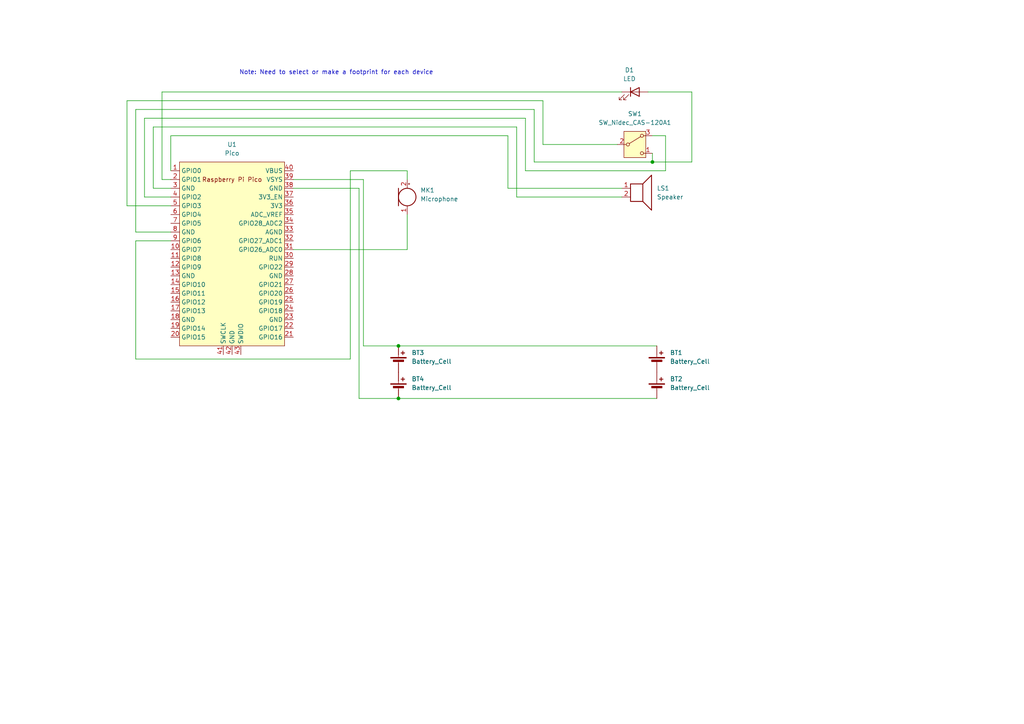
<source format=kicad_sch>
(kicad_sch
	(version 20231120)
	(generator "eeschema")
	(generator_version "8.0")
	(uuid "9d6c236c-bfc3-47a9-bcf0-1e4fd39381d5")
	(paper "A4")
	(lib_symbols
		(symbol "Device:Battery_Cell"
			(pin_numbers hide)
			(pin_names
				(offset 0) hide)
			(exclude_from_sim no)
			(in_bom yes)
			(on_board yes)
			(property "Reference" "BT"
				(at 2.54 2.54 0)
				(effects
					(font
						(size 1.27 1.27)
					)
					(justify left)
				)
			)
			(property "Value" "Battery_Cell"
				(at 2.54 0 0)
				(effects
					(font
						(size 1.27 1.27)
					)
					(justify left)
				)
			)
			(property "Footprint" ""
				(at 0 1.524 90)
				(effects
					(font
						(size 1.27 1.27)
					)
					(hide yes)
				)
			)
			(property "Datasheet" "~"
				(at 0 1.524 90)
				(effects
					(font
						(size 1.27 1.27)
					)
					(hide yes)
				)
			)
			(property "Description" "Single-cell battery"
				(at 0 0 0)
				(effects
					(font
						(size 1.27 1.27)
					)
					(hide yes)
				)
			)
			(property "ki_keywords" "battery cell"
				(at 0 0 0)
				(effects
					(font
						(size 1.27 1.27)
					)
					(hide yes)
				)
			)
			(symbol "Battery_Cell_0_1"
				(rectangle
					(start -2.286 1.778)
					(end 2.286 1.524)
					(stroke
						(width 0)
						(type default)
					)
					(fill
						(type outline)
					)
				)
				(rectangle
					(start -1.524 1.016)
					(end 1.524 0.508)
					(stroke
						(width 0)
						(type default)
					)
					(fill
						(type outline)
					)
				)
				(polyline
					(pts
						(xy 0 0.762) (xy 0 0)
					)
					(stroke
						(width 0)
						(type default)
					)
					(fill
						(type none)
					)
				)
				(polyline
					(pts
						(xy 0 1.778) (xy 0 2.54)
					)
					(stroke
						(width 0)
						(type default)
					)
					(fill
						(type none)
					)
				)
				(polyline
					(pts
						(xy 0.762 3.048) (xy 1.778 3.048)
					)
					(stroke
						(width 0.254)
						(type default)
					)
					(fill
						(type none)
					)
				)
				(polyline
					(pts
						(xy 1.27 3.556) (xy 1.27 2.54)
					)
					(stroke
						(width 0.254)
						(type default)
					)
					(fill
						(type none)
					)
				)
			)
			(symbol "Battery_Cell_1_1"
				(pin passive line
					(at 0 5.08 270)
					(length 2.54)
					(name "+"
						(effects
							(font
								(size 1.27 1.27)
							)
						)
					)
					(number "1"
						(effects
							(font
								(size 1.27 1.27)
							)
						)
					)
				)
				(pin passive line
					(at 0 -2.54 90)
					(length 2.54)
					(name "-"
						(effects
							(font
								(size 1.27 1.27)
							)
						)
					)
					(number "2"
						(effects
							(font
								(size 1.27 1.27)
							)
						)
					)
				)
			)
		)
		(symbol "Device:LED"
			(pin_numbers hide)
			(pin_names
				(offset 1.016) hide)
			(exclude_from_sim no)
			(in_bom yes)
			(on_board yes)
			(property "Reference" "D"
				(at 0 2.54 0)
				(effects
					(font
						(size 1.27 1.27)
					)
				)
			)
			(property "Value" "LED"
				(at 0 -2.54 0)
				(effects
					(font
						(size 1.27 1.27)
					)
				)
			)
			(property "Footprint" ""
				(at 0 0 0)
				(effects
					(font
						(size 1.27 1.27)
					)
					(hide yes)
				)
			)
			(property "Datasheet" "~"
				(at 0 0 0)
				(effects
					(font
						(size 1.27 1.27)
					)
					(hide yes)
				)
			)
			(property "Description" "Light emitting diode"
				(at 0 0 0)
				(effects
					(font
						(size 1.27 1.27)
					)
					(hide yes)
				)
			)
			(property "ki_keywords" "LED diode"
				(at 0 0 0)
				(effects
					(font
						(size 1.27 1.27)
					)
					(hide yes)
				)
			)
			(property "ki_fp_filters" "LED* LED_SMD:* LED_THT:*"
				(at 0 0 0)
				(effects
					(font
						(size 1.27 1.27)
					)
					(hide yes)
				)
			)
			(symbol "LED_0_1"
				(polyline
					(pts
						(xy -1.27 -1.27) (xy -1.27 1.27)
					)
					(stroke
						(width 0.254)
						(type default)
					)
					(fill
						(type none)
					)
				)
				(polyline
					(pts
						(xy -1.27 0) (xy 1.27 0)
					)
					(stroke
						(width 0)
						(type default)
					)
					(fill
						(type none)
					)
				)
				(polyline
					(pts
						(xy 1.27 -1.27) (xy 1.27 1.27) (xy -1.27 0) (xy 1.27 -1.27)
					)
					(stroke
						(width 0.254)
						(type default)
					)
					(fill
						(type none)
					)
				)
				(polyline
					(pts
						(xy -3.048 -0.762) (xy -4.572 -2.286) (xy -3.81 -2.286) (xy -4.572 -2.286) (xy -4.572 -1.524)
					)
					(stroke
						(width 0)
						(type default)
					)
					(fill
						(type none)
					)
				)
				(polyline
					(pts
						(xy -1.778 -0.762) (xy -3.302 -2.286) (xy -2.54 -2.286) (xy -3.302 -2.286) (xy -3.302 -1.524)
					)
					(stroke
						(width 0)
						(type default)
					)
					(fill
						(type none)
					)
				)
			)
			(symbol "LED_1_1"
				(pin passive line
					(at -3.81 0 0)
					(length 2.54)
					(name "K"
						(effects
							(font
								(size 1.27 1.27)
							)
						)
					)
					(number "1"
						(effects
							(font
								(size 1.27 1.27)
							)
						)
					)
				)
				(pin passive line
					(at 3.81 0 180)
					(length 2.54)
					(name "A"
						(effects
							(font
								(size 1.27 1.27)
							)
						)
					)
					(number "2"
						(effects
							(font
								(size 1.27 1.27)
							)
						)
					)
				)
			)
		)
		(symbol "Device:Microphone"
			(pin_names
				(offset 0.0254) hide)
			(exclude_from_sim no)
			(in_bom yes)
			(on_board yes)
			(property "Reference" "MK"
				(at -3.81 1.27 0)
				(effects
					(font
						(size 1.27 1.27)
					)
					(justify right)
				)
			)
			(property "Value" "Microphone"
				(at -3.81 -0.635 0)
				(effects
					(font
						(size 1.27 1.27)
					)
					(justify right)
				)
			)
			(property "Footprint" ""
				(at 0 2.54 90)
				(effects
					(font
						(size 1.27 1.27)
					)
					(hide yes)
				)
			)
			(property "Datasheet" "~"
				(at 0 2.54 90)
				(effects
					(font
						(size 1.27 1.27)
					)
					(hide yes)
				)
			)
			(property "Description" "Microphone"
				(at 0 0 0)
				(effects
					(font
						(size 1.27 1.27)
					)
					(hide yes)
				)
			)
			(property "ki_keywords" "microphone"
				(at 0 0 0)
				(effects
					(font
						(size 1.27 1.27)
					)
					(hide yes)
				)
			)
			(symbol "Microphone_0_1"
				(polyline
					(pts
						(xy -2.54 2.54) (xy -2.54 -2.54)
					)
					(stroke
						(width 0.254)
						(type default)
					)
					(fill
						(type none)
					)
				)
				(polyline
					(pts
						(xy 0.254 3.81) (xy 0.762 3.81)
					)
					(stroke
						(width 0)
						(type default)
					)
					(fill
						(type none)
					)
				)
				(polyline
					(pts
						(xy 0.508 4.064) (xy 0.508 3.556)
					)
					(stroke
						(width 0)
						(type default)
					)
					(fill
						(type none)
					)
				)
				(circle
					(center 0 0)
					(radius 2.54)
					(stroke
						(width 0.254)
						(type default)
					)
					(fill
						(type none)
					)
				)
			)
			(symbol "Microphone_1_1"
				(pin passive line
					(at 0 -5.08 90)
					(length 2.54)
					(name "-"
						(effects
							(font
								(size 1.27 1.27)
							)
						)
					)
					(number "1"
						(effects
							(font
								(size 1.27 1.27)
							)
						)
					)
				)
				(pin passive line
					(at 0 5.08 270)
					(length 2.54)
					(name "+"
						(effects
							(font
								(size 1.27 1.27)
							)
						)
					)
					(number "2"
						(effects
							(font
								(size 1.27 1.27)
							)
						)
					)
				)
			)
		)
		(symbol "Device:Speaker"
			(pin_names
				(offset 0) hide)
			(exclude_from_sim no)
			(in_bom yes)
			(on_board yes)
			(property "Reference" "LS"
				(at 1.27 5.715 0)
				(effects
					(font
						(size 1.27 1.27)
					)
					(justify right)
				)
			)
			(property "Value" "Speaker"
				(at 1.27 3.81 0)
				(effects
					(font
						(size 1.27 1.27)
					)
					(justify right)
				)
			)
			(property "Footprint" ""
				(at 0 -5.08 0)
				(effects
					(font
						(size 1.27 1.27)
					)
					(hide yes)
				)
			)
			(property "Datasheet" "~"
				(at -0.254 -1.27 0)
				(effects
					(font
						(size 1.27 1.27)
					)
					(hide yes)
				)
			)
			(property "Description" "Speaker"
				(at 0 0 0)
				(effects
					(font
						(size 1.27 1.27)
					)
					(hide yes)
				)
			)
			(property "ki_keywords" "speaker sound"
				(at 0 0 0)
				(effects
					(font
						(size 1.27 1.27)
					)
					(hide yes)
				)
			)
			(symbol "Speaker_0_0"
				(rectangle
					(start -2.54 1.27)
					(end 1.016 -3.81)
					(stroke
						(width 0.254)
						(type default)
					)
					(fill
						(type none)
					)
				)
				(polyline
					(pts
						(xy 1.016 1.27) (xy 3.556 3.81) (xy 3.556 -6.35) (xy 1.016 -3.81)
					)
					(stroke
						(width 0.254)
						(type default)
					)
					(fill
						(type none)
					)
				)
			)
			(symbol "Speaker_1_1"
				(pin input line
					(at -5.08 0 0)
					(length 2.54)
					(name "1"
						(effects
							(font
								(size 1.27 1.27)
							)
						)
					)
					(number "1"
						(effects
							(font
								(size 1.27 1.27)
							)
						)
					)
				)
				(pin input line
					(at -5.08 -2.54 0)
					(length 2.54)
					(name "2"
						(effects
							(font
								(size 1.27 1.27)
							)
						)
					)
					(number "2"
						(effects
							(font
								(size 1.27 1.27)
							)
						)
					)
				)
			)
		)
		(symbol "MCU_RaspberryPi_and_Boards:Pico"
			(exclude_from_sim no)
			(in_bom yes)
			(on_board yes)
			(property "Reference" "U"
				(at -13.97 27.94 0)
				(effects
					(font
						(size 1.27 1.27)
					)
				)
			)
			(property "Value" "Pico"
				(at 0 19.05 0)
				(effects
					(font
						(size 1.27 1.27)
					)
				)
			)
			(property "Footprint" "RPi_Pico:RPi_Pico_SMD_TH"
				(at 0 0 90)
				(effects
					(font
						(size 1.27 1.27)
					)
					(hide yes)
				)
			)
			(property "Datasheet" ""
				(at 0 0 0)
				(effects
					(font
						(size 1.27 1.27)
					)
					(hide yes)
				)
			)
			(property "Description" ""
				(at 0 0 0)
				(effects
					(font
						(size 1.27 1.27)
					)
					(hide yes)
				)
			)
			(symbol "Pico_0_0"
				(text "Raspberry Pi Pico"
					(at 0 21.59 0)
					(effects
						(font
							(size 1.27 1.27)
						)
					)
				)
			)
			(symbol "Pico_0_1"
				(rectangle
					(start -15.24 26.67)
					(end 15.24 -26.67)
					(stroke
						(width 0)
						(type default)
					)
					(fill
						(type background)
					)
				)
			)
			(symbol "Pico_1_1"
				(pin bidirectional line
					(at -17.78 24.13 0)
					(length 2.54)
					(name "GPIO0"
						(effects
							(font
								(size 1.27 1.27)
							)
						)
					)
					(number "1"
						(effects
							(font
								(size 1.27 1.27)
							)
						)
					)
				)
				(pin bidirectional line
					(at -17.78 1.27 0)
					(length 2.54)
					(name "GPIO7"
						(effects
							(font
								(size 1.27 1.27)
							)
						)
					)
					(number "10"
						(effects
							(font
								(size 1.27 1.27)
							)
						)
					)
				)
				(pin bidirectional line
					(at -17.78 -1.27 0)
					(length 2.54)
					(name "GPIO8"
						(effects
							(font
								(size 1.27 1.27)
							)
						)
					)
					(number "11"
						(effects
							(font
								(size 1.27 1.27)
							)
						)
					)
				)
				(pin bidirectional line
					(at -17.78 -3.81 0)
					(length 2.54)
					(name "GPIO9"
						(effects
							(font
								(size 1.27 1.27)
							)
						)
					)
					(number "12"
						(effects
							(font
								(size 1.27 1.27)
							)
						)
					)
				)
				(pin power_in line
					(at -17.78 -6.35 0)
					(length 2.54)
					(name "GND"
						(effects
							(font
								(size 1.27 1.27)
							)
						)
					)
					(number "13"
						(effects
							(font
								(size 1.27 1.27)
							)
						)
					)
				)
				(pin bidirectional line
					(at -17.78 -8.89 0)
					(length 2.54)
					(name "GPIO10"
						(effects
							(font
								(size 1.27 1.27)
							)
						)
					)
					(number "14"
						(effects
							(font
								(size 1.27 1.27)
							)
						)
					)
				)
				(pin bidirectional line
					(at -17.78 -11.43 0)
					(length 2.54)
					(name "GPIO11"
						(effects
							(font
								(size 1.27 1.27)
							)
						)
					)
					(number "15"
						(effects
							(font
								(size 1.27 1.27)
							)
						)
					)
				)
				(pin bidirectional line
					(at -17.78 -13.97 0)
					(length 2.54)
					(name "GPIO12"
						(effects
							(font
								(size 1.27 1.27)
							)
						)
					)
					(number "16"
						(effects
							(font
								(size 1.27 1.27)
							)
						)
					)
				)
				(pin bidirectional line
					(at -17.78 -16.51 0)
					(length 2.54)
					(name "GPIO13"
						(effects
							(font
								(size 1.27 1.27)
							)
						)
					)
					(number "17"
						(effects
							(font
								(size 1.27 1.27)
							)
						)
					)
				)
				(pin power_in line
					(at -17.78 -19.05 0)
					(length 2.54)
					(name "GND"
						(effects
							(font
								(size 1.27 1.27)
							)
						)
					)
					(number "18"
						(effects
							(font
								(size 1.27 1.27)
							)
						)
					)
				)
				(pin bidirectional line
					(at -17.78 -21.59 0)
					(length 2.54)
					(name "GPIO14"
						(effects
							(font
								(size 1.27 1.27)
							)
						)
					)
					(number "19"
						(effects
							(font
								(size 1.27 1.27)
							)
						)
					)
				)
				(pin bidirectional line
					(at -17.78 21.59 0)
					(length 2.54)
					(name "GPIO1"
						(effects
							(font
								(size 1.27 1.27)
							)
						)
					)
					(number "2"
						(effects
							(font
								(size 1.27 1.27)
							)
						)
					)
				)
				(pin bidirectional line
					(at -17.78 -24.13 0)
					(length 2.54)
					(name "GPIO15"
						(effects
							(font
								(size 1.27 1.27)
							)
						)
					)
					(number "20"
						(effects
							(font
								(size 1.27 1.27)
							)
						)
					)
				)
				(pin bidirectional line
					(at 17.78 -24.13 180)
					(length 2.54)
					(name "GPIO16"
						(effects
							(font
								(size 1.27 1.27)
							)
						)
					)
					(number "21"
						(effects
							(font
								(size 1.27 1.27)
							)
						)
					)
				)
				(pin bidirectional line
					(at 17.78 -21.59 180)
					(length 2.54)
					(name "GPIO17"
						(effects
							(font
								(size 1.27 1.27)
							)
						)
					)
					(number "22"
						(effects
							(font
								(size 1.27 1.27)
							)
						)
					)
				)
				(pin power_in line
					(at 17.78 -19.05 180)
					(length 2.54)
					(name "GND"
						(effects
							(font
								(size 1.27 1.27)
							)
						)
					)
					(number "23"
						(effects
							(font
								(size 1.27 1.27)
							)
						)
					)
				)
				(pin bidirectional line
					(at 17.78 -16.51 180)
					(length 2.54)
					(name "GPIO18"
						(effects
							(font
								(size 1.27 1.27)
							)
						)
					)
					(number "24"
						(effects
							(font
								(size 1.27 1.27)
							)
						)
					)
				)
				(pin bidirectional line
					(at 17.78 -13.97 180)
					(length 2.54)
					(name "GPIO19"
						(effects
							(font
								(size 1.27 1.27)
							)
						)
					)
					(number "25"
						(effects
							(font
								(size 1.27 1.27)
							)
						)
					)
				)
				(pin bidirectional line
					(at 17.78 -11.43 180)
					(length 2.54)
					(name "GPIO20"
						(effects
							(font
								(size 1.27 1.27)
							)
						)
					)
					(number "26"
						(effects
							(font
								(size 1.27 1.27)
							)
						)
					)
				)
				(pin bidirectional line
					(at 17.78 -8.89 180)
					(length 2.54)
					(name "GPIO21"
						(effects
							(font
								(size 1.27 1.27)
							)
						)
					)
					(number "27"
						(effects
							(font
								(size 1.27 1.27)
							)
						)
					)
				)
				(pin power_in line
					(at 17.78 -6.35 180)
					(length 2.54)
					(name "GND"
						(effects
							(font
								(size 1.27 1.27)
							)
						)
					)
					(number "28"
						(effects
							(font
								(size 1.27 1.27)
							)
						)
					)
				)
				(pin bidirectional line
					(at 17.78 -3.81 180)
					(length 2.54)
					(name "GPIO22"
						(effects
							(font
								(size 1.27 1.27)
							)
						)
					)
					(number "29"
						(effects
							(font
								(size 1.27 1.27)
							)
						)
					)
				)
				(pin power_in line
					(at -17.78 19.05 0)
					(length 2.54)
					(name "GND"
						(effects
							(font
								(size 1.27 1.27)
							)
						)
					)
					(number "3"
						(effects
							(font
								(size 1.27 1.27)
							)
						)
					)
				)
				(pin input line
					(at 17.78 -1.27 180)
					(length 2.54)
					(name "RUN"
						(effects
							(font
								(size 1.27 1.27)
							)
						)
					)
					(number "30"
						(effects
							(font
								(size 1.27 1.27)
							)
						)
					)
				)
				(pin bidirectional line
					(at 17.78 1.27 180)
					(length 2.54)
					(name "GPIO26_ADC0"
						(effects
							(font
								(size 1.27 1.27)
							)
						)
					)
					(number "31"
						(effects
							(font
								(size 1.27 1.27)
							)
						)
					)
				)
				(pin bidirectional line
					(at 17.78 3.81 180)
					(length 2.54)
					(name "GPIO27_ADC1"
						(effects
							(font
								(size 1.27 1.27)
							)
						)
					)
					(number "32"
						(effects
							(font
								(size 1.27 1.27)
							)
						)
					)
				)
				(pin power_in line
					(at 17.78 6.35 180)
					(length 2.54)
					(name "AGND"
						(effects
							(font
								(size 1.27 1.27)
							)
						)
					)
					(number "33"
						(effects
							(font
								(size 1.27 1.27)
							)
						)
					)
				)
				(pin bidirectional line
					(at 17.78 8.89 180)
					(length 2.54)
					(name "GPIO28_ADC2"
						(effects
							(font
								(size 1.27 1.27)
							)
						)
					)
					(number "34"
						(effects
							(font
								(size 1.27 1.27)
							)
						)
					)
				)
				(pin power_in line
					(at 17.78 11.43 180)
					(length 2.54)
					(name "ADC_VREF"
						(effects
							(font
								(size 1.27 1.27)
							)
						)
					)
					(number "35"
						(effects
							(font
								(size 1.27 1.27)
							)
						)
					)
				)
				(pin power_in line
					(at 17.78 13.97 180)
					(length 2.54)
					(name "3V3"
						(effects
							(font
								(size 1.27 1.27)
							)
						)
					)
					(number "36"
						(effects
							(font
								(size 1.27 1.27)
							)
						)
					)
				)
				(pin input line
					(at 17.78 16.51 180)
					(length 2.54)
					(name "3V3_EN"
						(effects
							(font
								(size 1.27 1.27)
							)
						)
					)
					(number "37"
						(effects
							(font
								(size 1.27 1.27)
							)
						)
					)
				)
				(pin bidirectional line
					(at 17.78 19.05 180)
					(length 2.54)
					(name "GND"
						(effects
							(font
								(size 1.27 1.27)
							)
						)
					)
					(number "38"
						(effects
							(font
								(size 1.27 1.27)
							)
						)
					)
				)
				(pin power_in line
					(at 17.78 21.59 180)
					(length 2.54)
					(name "VSYS"
						(effects
							(font
								(size 1.27 1.27)
							)
						)
					)
					(number "39"
						(effects
							(font
								(size 1.27 1.27)
							)
						)
					)
				)
				(pin bidirectional line
					(at -17.78 16.51 0)
					(length 2.54)
					(name "GPIO2"
						(effects
							(font
								(size 1.27 1.27)
							)
						)
					)
					(number "4"
						(effects
							(font
								(size 1.27 1.27)
							)
						)
					)
				)
				(pin power_in line
					(at 17.78 24.13 180)
					(length 2.54)
					(name "VBUS"
						(effects
							(font
								(size 1.27 1.27)
							)
						)
					)
					(number "40"
						(effects
							(font
								(size 1.27 1.27)
							)
						)
					)
				)
				(pin input line
					(at -2.54 -29.21 90)
					(length 2.54)
					(name "SWCLK"
						(effects
							(font
								(size 1.27 1.27)
							)
						)
					)
					(number "41"
						(effects
							(font
								(size 1.27 1.27)
							)
						)
					)
				)
				(pin power_in line
					(at 0 -29.21 90)
					(length 2.54)
					(name "GND"
						(effects
							(font
								(size 1.27 1.27)
							)
						)
					)
					(number "42"
						(effects
							(font
								(size 1.27 1.27)
							)
						)
					)
				)
				(pin bidirectional line
					(at 2.54 -29.21 90)
					(length 2.54)
					(name "SWDIO"
						(effects
							(font
								(size 1.27 1.27)
							)
						)
					)
					(number "43"
						(effects
							(font
								(size 1.27 1.27)
							)
						)
					)
				)
				(pin bidirectional line
					(at -17.78 13.97 0)
					(length 2.54)
					(name "GPIO3"
						(effects
							(font
								(size 1.27 1.27)
							)
						)
					)
					(number "5"
						(effects
							(font
								(size 1.27 1.27)
							)
						)
					)
				)
				(pin bidirectional line
					(at -17.78 11.43 0)
					(length 2.54)
					(name "GPIO4"
						(effects
							(font
								(size 1.27 1.27)
							)
						)
					)
					(number "6"
						(effects
							(font
								(size 1.27 1.27)
							)
						)
					)
				)
				(pin bidirectional line
					(at -17.78 8.89 0)
					(length 2.54)
					(name "GPIO5"
						(effects
							(font
								(size 1.27 1.27)
							)
						)
					)
					(number "7"
						(effects
							(font
								(size 1.27 1.27)
							)
						)
					)
				)
				(pin power_in line
					(at -17.78 6.35 0)
					(length 2.54)
					(name "GND"
						(effects
							(font
								(size 1.27 1.27)
							)
						)
					)
					(number "8"
						(effects
							(font
								(size 1.27 1.27)
							)
						)
					)
				)
				(pin bidirectional line
					(at -17.78 3.81 0)
					(length 2.54)
					(name "GPIO6"
						(effects
							(font
								(size 1.27 1.27)
							)
						)
					)
					(number "9"
						(effects
							(font
								(size 1.27 1.27)
							)
						)
					)
				)
			)
		)
		(symbol "Switch:SW_Nidec_CAS-120A1"
			(pin_names
				(offset 1) hide)
			(exclude_from_sim no)
			(in_bom yes)
			(on_board yes)
			(property "Reference" "SW"
				(at 0 4.318 0)
				(effects
					(font
						(size 1.27 1.27)
					)
				)
			)
			(property "Value" "SW_Nidec_CAS-120A1"
				(at 0 -5.08 0)
				(effects
					(font
						(size 1.27 1.27)
					)
				)
			)
			(property "Footprint" "Button_Switch_SMD:Nidec_Copal_CAS-120A"
				(at 0 -10.16 0)
				(effects
					(font
						(size 1.27 1.27)
					)
					(hide yes)
				)
			)
			(property "Datasheet" "https://www.nidec-components.com/e/catalog/switch/cas.pdf"
				(at 0 -7.62 0)
				(effects
					(font
						(size 1.27 1.27)
					)
					(hide yes)
				)
			)
			(property "Description" "Switch, single pole double throw"
				(at 0 0 0)
				(effects
					(font
						(size 1.27 1.27)
					)
					(hide yes)
				)
			)
			(property "ki_keywords" "switch single-pole double-throw spdt ON-ON"
				(at 0 0 0)
				(effects
					(font
						(size 1.27 1.27)
					)
					(hide yes)
				)
			)
			(property "ki_fp_filters" "*Nidec?Copal?CAS?120A*"
				(at 0 0 0)
				(effects
					(font
						(size 1.27 1.27)
					)
					(hide yes)
				)
			)
			(symbol "SW_Nidec_CAS-120A1_0_1"
				(circle
					(center -2.032 0)
					(radius 0.4572)
					(stroke
						(width 0)
						(type default)
					)
					(fill
						(type none)
					)
				)
				(polyline
					(pts
						(xy -1.651 0.254) (xy 1.651 2.286)
					)
					(stroke
						(width 0)
						(type default)
					)
					(fill
						(type none)
					)
				)
				(circle
					(center 2.032 -2.54)
					(radius 0.4572)
					(stroke
						(width 0)
						(type default)
					)
					(fill
						(type none)
					)
				)
				(circle
					(center 2.032 2.54)
					(radius 0.4572)
					(stroke
						(width 0)
						(type default)
					)
					(fill
						(type none)
					)
				)
			)
			(symbol "SW_Nidec_CAS-120A1_1_1"
				(rectangle
					(start -3.175 3.81)
					(end 3.175 -3.81)
					(stroke
						(width 0)
						(type default)
					)
					(fill
						(type background)
					)
				)
				(pin passive line
					(at 5.08 -2.54 180)
					(length 2.54)
					(name "C"
						(effects
							(font
								(size 1.27 1.27)
							)
						)
					)
					(number "1"
						(effects
							(font
								(size 1.27 1.27)
							)
						)
					)
				)
				(pin passive line
					(at -5.08 0 0)
					(length 2.54)
					(name "B"
						(effects
							(font
								(size 1.27 1.27)
							)
						)
					)
					(number "2"
						(effects
							(font
								(size 1.27 1.27)
							)
						)
					)
				)
				(pin passive line
					(at 5.08 2.54 180)
					(length 2.54)
					(name "A"
						(effects
							(font
								(size 1.27 1.27)
							)
						)
					)
					(number "3"
						(effects
							(font
								(size 1.27 1.27)
							)
						)
					)
				)
			)
		)
	)
	(junction
		(at 189.23 46.99)
		(diameter 0)
		(color 0 0 0 0)
		(uuid "63faf497-e6c9-4dce-b77c-b2a74719bcfa")
	)
	(junction
		(at 115.57 100.33)
		(diameter 0)
		(color 0 0 0 0)
		(uuid "7a228582-1380-45c3-b9fe-1efd92827142")
	)
	(junction
		(at 115.57 115.57)
		(diameter 0)
		(color 0 0 0 0)
		(uuid "b598a043-16b8-4282-be43-9ca47b22f762")
	)
	(wire
		(pts
			(xy 104.14 115.57) (xy 104.14 54.61)
		)
		(stroke
			(width 0)
			(type default)
		)
		(uuid "00e6b0a0-aeeb-452d-bfc5-9db1cab4086e")
	)
	(wire
		(pts
			(xy 39.37 67.31) (xy 49.53 67.31)
		)
		(stroke
			(width 0)
			(type default)
		)
		(uuid "049a3eeb-6625-4ece-885b-dd4010a93762")
	)
	(wire
		(pts
			(xy 49.53 59.69) (xy 36.83 59.69)
		)
		(stroke
			(width 0)
			(type default)
		)
		(uuid "122860a8-d315-4b79-b2c8-90502dcb1c8b")
	)
	(wire
		(pts
			(xy 147.32 54.61) (xy 180.34 54.61)
		)
		(stroke
			(width 0)
			(type default)
		)
		(uuid "12343de3-420b-4229-a2be-0f4f69230b96")
	)
	(wire
		(pts
			(xy 149.86 57.15) (xy 180.34 57.15)
		)
		(stroke
			(width 0)
			(type default)
		)
		(uuid "14c58159-91a4-4e91-8434-5fb6f7277784")
	)
	(wire
		(pts
			(xy 49.53 57.15) (xy 41.91 57.15)
		)
		(stroke
			(width 0)
			(type default)
		)
		(uuid "18b00e5e-5254-4ab6-97b3-ebce43a54d47")
	)
	(wire
		(pts
			(xy 101.6 104.14) (xy 101.6 49.53)
		)
		(stroke
			(width 0)
			(type default)
		)
		(uuid "1f48d169-f8d2-4c8d-8adc-8040cae80416")
	)
	(wire
		(pts
			(xy 115.57 115.57) (xy 104.14 115.57)
		)
		(stroke
			(width 0)
			(type default)
		)
		(uuid "222aad4f-005f-4e88-b1df-ebd25ebc8469")
	)
	(wire
		(pts
			(xy 115.57 115.57) (xy 190.5 115.57)
		)
		(stroke
			(width 0)
			(type default)
		)
		(uuid "226df4c9-f85e-47ca-a4ee-92607acf011d")
	)
	(wire
		(pts
			(xy 157.48 41.91) (xy 179.07 41.91)
		)
		(stroke
			(width 0)
			(type default)
		)
		(uuid "22e3efbd-eac4-4526-bac0-f1df514b96d2")
	)
	(wire
		(pts
			(xy 152.4 49.53) (xy 193.04 49.53)
		)
		(stroke
			(width 0)
			(type default)
		)
		(uuid "274859a0-bead-43ef-8c0e-a7fa1fe118d2")
	)
	(wire
		(pts
			(xy 115.57 100.33) (xy 105.41 100.33)
		)
		(stroke
			(width 0)
			(type default)
		)
		(uuid "276629cb-b5e0-4ccb-8c59-52e97c22c8a6")
	)
	(wire
		(pts
			(xy 200.66 46.99) (xy 189.23 46.99)
		)
		(stroke
			(width 0)
			(type default)
		)
		(uuid "2b724d64-7176-4639-b4ce-06332c20bf17")
	)
	(wire
		(pts
			(xy 157.48 29.21) (xy 157.48 41.91)
		)
		(stroke
			(width 0)
			(type default)
		)
		(uuid "2c5a29d6-823a-48fa-b717-187a081bc6a8")
	)
	(wire
		(pts
			(xy 104.14 54.61) (xy 85.09 54.61)
		)
		(stroke
			(width 0)
			(type default)
		)
		(uuid "3a083a94-8ec0-4d6c-8762-15891b9eb3af")
	)
	(wire
		(pts
			(xy 105.41 100.33) (xy 105.41 52.07)
		)
		(stroke
			(width 0)
			(type default)
		)
		(uuid "3b01da54-4189-48db-8fe1-8777eabc361d")
	)
	(wire
		(pts
			(xy 44.45 36.83) (xy 44.45 54.61)
		)
		(stroke
			(width 0)
			(type default)
		)
		(uuid "3fd557b0-2736-4e64-aa24-532629d7abc8")
	)
	(wire
		(pts
			(xy 187.96 26.67) (xy 200.66 26.67)
		)
		(stroke
			(width 0)
			(type default)
		)
		(uuid "459148a0-6a29-4d6d-aeaa-f89b31107d2d")
	)
	(wire
		(pts
			(xy 49.53 52.07) (xy 46.99 52.07)
		)
		(stroke
			(width 0)
			(type default)
		)
		(uuid "4832ed01-456f-4df4-99cf-acaf7de27ae8")
	)
	(wire
		(pts
			(xy 85.09 72.39) (xy 118.11 72.39)
		)
		(stroke
			(width 0)
			(type default)
		)
		(uuid "5b29b0bb-9013-4ca5-95d3-c8e7f1dfd048")
	)
	(wire
		(pts
			(xy 36.83 59.69) (xy 36.83 29.21)
		)
		(stroke
			(width 0)
			(type default)
		)
		(uuid "5c2840b8-3283-49b0-89bc-337e4e2417fd")
	)
	(wire
		(pts
			(xy 189.23 44.45) (xy 189.23 46.99)
		)
		(stroke
			(width 0)
			(type default)
		)
		(uuid "6de190bd-e128-4391-b146-d274222f3bb6")
	)
	(wire
		(pts
			(xy 149.86 36.83) (xy 149.86 57.15)
		)
		(stroke
			(width 0)
			(type default)
		)
		(uuid "6ff18655-e6e7-4bba-9857-07d29727e564")
	)
	(wire
		(pts
			(xy 152.4 34.29) (xy 152.4 49.53)
		)
		(stroke
			(width 0)
			(type default)
		)
		(uuid "71191f7c-5e7e-45bb-9593-a6f4d45a70ff")
	)
	(wire
		(pts
			(xy 101.6 49.53) (xy 118.11 49.53)
		)
		(stroke
			(width 0)
			(type default)
		)
		(uuid "7912079b-5302-47ef-af13-dfcdf5d274cd")
	)
	(wire
		(pts
			(xy 118.11 72.39) (xy 118.11 62.23)
		)
		(stroke
			(width 0)
			(type default)
		)
		(uuid "7b6f0507-68d6-4a20-b8ff-9a29af49b0d2")
	)
	(wire
		(pts
			(xy 189.23 46.99) (xy 154.94 46.99)
		)
		(stroke
			(width 0)
			(type default)
		)
		(uuid "80b76373-b4ca-4680-bc20-ee73a1223342")
	)
	(wire
		(pts
			(xy 44.45 54.61) (xy 49.53 54.61)
		)
		(stroke
			(width 0)
			(type default)
		)
		(uuid "82c1114b-4daa-44d4-a028-977b54894eeb")
	)
	(wire
		(pts
			(xy 200.66 26.67) (xy 200.66 46.99)
		)
		(stroke
			(width 0)
			(type default)
		)
		(uuid "8828f037-e1fb-4aa1-84cc-c5907e249257")
	)
	(wire
		(pts
			(xy 49.53 39.37) (xy 147.32 39.37)
		)
		(stroke
			(width 0)
			(type default)
		)
		(uuid "8e3a0914-e444-4357-9641-48f8aa81ecdf")
	)
	(wire
		(pts
			(xy 189.23 39.37) (xy 193.04 39.37)
		)
		(stroke
			(width 0)
			(type default)
		)
		(uuid "8f49bf9d-6059-4d60-af04-831690eb4af9")
	)
	(wire
		(pts
			(xy 41.91 34.29) (xy 152.4 34.29)
		)
		(stroke
			(width 0)
			(type default)
		)
		(uuid "95ef17ed-7288-44b6-a375-e7150b19cc31")
	)
	(wire
		(pts
			(xy 39.37 31.75) (xy 39.37 67.31)
		)
		(stroke
			(width 0)
			(type default)
		)
		(uuid "975e9f1d-fcb4-410a-a412-cf6044b6fe6b")
	)
	(wire
		(pts
			(xy 46.99 52.07) (xy 46.99 26.67)
		)
		(stroke
			(width 0)
			(type default)
		)
		(uuid "9e5ae4bb-ac2f-4e32-9868-97bb8cbac34a")
	)
	(wire
		(pts
			(xy 118.11 49.53) (xy 118.11 52.07)
		)
		(stroke
			(width 0)
			(type default)
		)
		(uuid "a9a30841-ba16-41ba-9355-344968219c93")
	)
	(wire
		(pts
			(xy 154.94 31.75) (xy 39.37 31.75)
		)
		(stroke
			(width 0)
			(type default)
		)
		(uuid "af1135ca-a362-4d68-a094-5a7b6c079b45")
	)
	(wire
		(pts
			(xy 105.41 52.07) (xy 85.09 52.07)
		)
		(stroke
			(width 0)
			(type default)
		)
		(uuid "b18f343a-445f-41dd-8240-4342c6e880f6")
	)
	(wire
		(pts
			(xy 193.04 39.37) (xy 193.04 49.53)
		)
		(stroke
			(width 0)
			(type default)
		)
		(uuid "b327d172-3786-4086-b7cc-d6390f07149e")
	)
	(wire
		(pts
			(xy 39.37 69.85) (xy 39.37 104.14)
		)
		(stroke
			(width 0)
			(type default)
		)
		(uuid "bbfb5006-aec2-4592-ac5c-6677b80ecd56")
	)
	(wire
		(pts
			(xy 39.37 104.14) (xy 101.6 104.14)
		)
		(stroke
			(width 0)
			(type default)
		)
		(uuid "bf6d6815-5621-4747-b059-37c22d50bb91")
	)
	(wire
		(pts
			(xy 36.83 29.21) (xy 157.48 29.21)
		)
		(stroke
			(width 0)
			(type default)
		)
		(uuid "c26e75e0-279e-489a-b4a4-87bfe47b27a4")
	)
	(wire
		(pts
			(xy 115.57 100.33) (xy 190.5 100.33)
		)
		(stroke
			(width 0)
			(type default)
		)
		(uuid "c2782313-2e66-4b42-b174-7e5975dc3a97")
	)
	(wire
		(pts
			(xy 49.53 49.53) (xy 49.53 39.37)
		)
		(stroke
			(width 0)
			(type default)
		)
		(uuid "c776ba8e-8f0c-4596-af43-49f6b9e0d975")
	)
	(wire
		(pts
			(xy 44.45 36.83) (xy 149.86 36.83)
		)
		(stroke
			(width 0)
			(type default)
		)
		(uuid "d63a2fba-acb6-4f8a-b8f2-a36278748c0d")
	)
	(wire
		(pts
			(xy 46.99 26.67) (xy 180.34 26.67)
		)
		(stroke
			(width 0)
			(type default)
		)
		(uuid "d69cffa4-1748-42ad-acca-77bb1650331d")
	)
	(wire
		(pts
			(xy 49.53 69.85) (xy 39.37 69.85)
		)
		(stroke
			(width 0)
			(type default)
		)
		(uuid "e33ee2cd-9ffd-4e57-b520-adcc6d3f63b2")
	)
	(wire
		(pts
			(xy 41.91 57.15) (xy 41.91 34.29)
		)
		(stroke
			(width 0)
			(type default)
		)
		(uuid "e8fa57ce-bd7f-4da6-aaee-e1ea40a780b6")
	)
	(wire
		(pts
			(xy 154.94 31.75) (xy 154.94 46.99)
		)
		(stroke
			(width 0)
			(type default)
		)
		(uuid "fc611098-4a1b-4974-9143-1e2e74099960")
	)
	(wire
		(pts
			(xy 147.32 39.37) (xy 147.32 54.61)
		)
		(stroke
			(width 0)
			(type default)
		)
		(uuid "fc6fa624-55dc-4a4d-9f3b-5a343e5a6166")
	)
	(text "Note: Need to select or make a footprint for each device"
		(exclude_from_sim no)
		(at 97.536 21.082 0)
		(effects
			(font
				(size 1.27 1.27)
			)
		)
		(uuid "259b7f5a-a935-4bc5-aff0-139c8b319177")
	)
	(symbol
		(lib_id "Device:Speaker")
		(at 185.42 54.61 0)
		(unit 1)
		(exclude_from_sim no)
		(in_bom yes)
		(on_board yes)
		(dnp no)
		(fields_autoplaced yes)
		(uuid "05be89c2-03c5-4393-8353-2f8d5c5fa0b8")
		(property "Reference" "LS1"
			(at 190.5 54.6099 0)
			(effects
				(font
					(size 1.27 1.27)
				)
				(justify left)
			)
		)
		(property "Value" "Speaker"
			(at 190.5 57.1499 0)
			(effects
				(font
					(size 1.27 1.27)
				)
				(justify left)
			)
		)
		(property "Footprint" ""
			(at 185.42 59.69 0)
			(effects
				(font
					(size 1.27 1.27)
				)
				(hide yes)
			)
		)
		(property "Datasheet" "~"
			(at 185.166 55.88 0)
			(effects
				(font
					(size 1.27 1.27)
				)
				(hide yes)
			)
		)
		(property "Description" "Speaker"
			(at 185.42 54.61 0)
			(effects
				(font
					(size 1.27 1.27)
				)
				(hide yes)
			)
		)
		(pin "1"
			(uuid "912f288d-89dd-4972-aaa5-6e3e8ff03a67")
		)
		(pin "2"
			(uuid "db9a31aa-35f3-4b0c-aef0-0458179eee09")
		)
		(instances
			(project ""
				(path "/9d6c236c-bfc3-47a9-bcf0-1e4fd39381d5"
					(reference "LS1")
					(unit 1)
				)
			)
		)
	)
	(symbol
		(lib_id "MCU_RaspberryPi_and_Boards:Pico")
		(at 67.31 73.66 0)
		(unit 1)
		(exclude_from_sim no)
		(in_bom yes)
		(on_board yes)
		(dnp no)
		(fields_autoplaced yes)
		(uuid "3dd9df8f-1d0c-437b-93af-2240917b549f")
		(property "Reference" "U1"
			(at 67.31 41.91 0)
			(effects
				(font
					(size 1.27 1.27)
				)
			)
		)
		(property "Value" "Pico"
			(at 67.31 44.45 0)
			(effects
				(font
					(size 1.27 1.27)
				)
			)
		)
		(property "Footprint" "RPi_Pico:RPi_Pico_SMD_TH"
			(at 67.31 73.66 90)
			(effects
				(font
					(size 1.27 1.27)
				)
				(hide yes)
			)
		)
		(property "Datasheet" ""
			(at 67.31 73.66 0)
			(effects
				(font
					(size 1.27 1.27)
				)
				(hide yes)
			)
		)
		(property "Description" ""
			(at 67.31 73.66 0)
			(effects
				(font
					(size 1.27 1.27)
				)
				(hide yes)
			)
		)
		(pin "10"
			(uuid "2a466f6f-80b9-4eb1-ab2a-54fc4f2bec59")
		)
		(pin "35"
			(uuid "9c1c6ce7-5803-40e2-9df9-af853e083dab")
		)
		(pin "17"
			(uuid "45196b29-9f53-4f59-a2b4-d9ed5c30e770")
		)
		(pin "20"
			(uuid "f5ca2c5f-7663-4e84-90ce-817ddcae9472")
		)
		(pin "25"
			(uuid "be691798-eeab-42c1-8df5-63aa0f5ad04a")
		)
		(pin "26"
			(uuid "5f02a6a0-d537-4b0e-b8d0-da688f92459b")
		)
		(pin "37"
			(uuid "c5956652-3509-4974-b73a-e20c3ebbfe3f")
		)
		(pin "15"
			(uuid "af04c6c8-c811-470c-a345-7985656479c9")
		)
		(pin "34"
			(uuid "9e0adb44-7fd3-4d22-ab0a-faaae5e819a2")
		)
		(pin "12"
			(uuid "4927148b-3e63-4515-a53b-b053825fc1a8")
		)
		(pin "16"
			(uuid "10fddf2d-ed12-475e-8e50-bbc38f101ccf")
		)
		(pin "21"
			(uuid "c0c60d71-b75f-481d-9aa0-a69135d163c8")
		)
		(pin "9"
			(uuid "06cf5568-028b-4c48-a877-ff3c31a990fe")
		)
		(pin "22"
			(uuid "c1a3eb6a-cbda-433e-b3a0-0dbd872d7e70")
		)
		(pin "1"
			(uuid "e4005b0b-f2df-44a6-8959-dba4245191c1")
		)
		(pin "28"
			(uuid "49b75c1f-ea99-4edd-a86b-47cbe10efe33")
		)
		(pin "29"
			(uuid "5cdb0c20-8015-459d-9774-b412fb398475")
		)
		(pin "3"
			(uuid "ba208c9d-325b-42e5-921b-62f2dbcac34a")
		)
		(pin "7"
			(uuid "e427dc72-b7e9-4f3d-bb17-2a25fdf2bb2e")
		)
		(pin "38"
			(uuid "2cb5652f-c0bd-4fe7-9670-ad8966e47a3a")
		)
		(pin "6"
			(uuid "a096a9af-513f-4d50-8b16-cf2f99fc7c1c")
		)
		(pin "24"
			(uuid "65931032-63ec-498b-bfab-ff31e7a20955")
		)
		(pin "41"
			(uuid "c9ddfe8e-e4ff-43f0-8e44-27a71f1d6a43")
		)
		(pin "43"
			(uuid "a1eba1c2-305c-48f0-bd2c-e383950be973")
		)
		(pin "36"
			(uuid "634fd160-93fb-44e9-a026-311fe7f837f5")
		)
		(pin "2"
			(uuid "a0da40f9-082f-4bc6-a8ad-4c9df8ee4e59")
		)
		(pin "14"
			(uuid "5cd11f26-653e-4a21-8e02-845d75dd6ff0")
		)
		(pin "13"
			(uuid "813e3364-2b93-47cf-92cd-ac631616cd34")
		)
		(pin "30"
			(uuid "cb69c604-0724-4c29-8fc4-e4ddcca30390")
		)
		(pin "40"
			(uuid "325d11a2-7abd-4cbe-9ed3-9c7a02f34ff4")
		)
		(pin "31"
			(uuid "2d06cf03-63be-4061-8e46-736362314f15")
		)
		(pin "18"
			(uuid "5c752951-f3db-4c2c-9fc5-3f0eb0d68d01")
		)
		(pin "32"
			(uuid "573146a0-2a36-4661-bb87-58cec80df93e")
		)
		(pin "4"
			(uuid "d106b833-b699-4b5c-92bd-118d278574cc")
		)
		(pin "11"
			(uuid "f72871e7-e35d-4c01-a5fe-9c846bb79ebe")
		)
		(pin "23"
			(uuid "a32d275f-d39c-43b6-8470-b78c270b9aa2")
		)
		(pin "42"
			(uuid "7af6d3df-f34a-45ca-bc26-13909bf15fde")
		)
		(pin "5"
			(uuid "669de005-8932-4687-af25-66265fd36f81")
		)
		(pin "8"
			(uuid "c3861a3c-7c83-4ba0-bb4c-f01f3c1824f8")
		)
		(pin "33"
			(uuid "cf54484c-609a-4d0a-9de9-2190310c7bdb")
		)
		(pin "27"
			(uuid "61a07351-beec-422c-ba77-0e4c7501bec3")
		)
		(pin "39"
			(uuid "e92051dc-dc43-4857-8e60-8363482d9e32")
		)
		(pin "19"
			(uuid "e53f2b5f-82dd-434c-8704-fc42b9b8412a")
		)
		(instances
			(project ""
				(path "/9d6c236c-bfc3-47a9-bcf0-1e4fd39381d5"
					(reference "U1")
					(unit 1)
				)
			)
		)
	)
	(symbol
		(lib_id "Device:Battery_Cell")
		(at 190.5 113.03 0)
		(unit 1)
		(exclude_from_sim no)
		(in_bom yes)
		(on_board yes)
		(dnp no)
		(fields_autoplaced yes)
		(uuid "51cc95db-b0da-42b3-a33c-ac3c34b708f5")
		(property "Reference" "BT2"
			(at 194.31 109.9184 0)
			(effects
				(font
					(size 1.27 1.27)
				)
				(justify left)
			)
		)
		(property "Value" "Battery_Cell"
			(at 194.31 112.4584 0)
			(effects
				(font
					(size 1.27 1.27)
				)
				(justify left)
			)
		)
		(property "Footprint" ""
			(at 190.5 111.506 90)
			(effects
				(font
					(size 1.27 1.27)
				)
				(hide yes)
			)
		)
		(property "Datasheet" "~"
			(at 190.5 111.506 90)
			(effects
				(font
					(size 1.27 1.27)
				)
				(hide yes)
			)
		)
		(property "Description" "Single-cell battery"
			(at 190.5 113.03 0)
			(effects
				(font
					(size 1.27 1.27)
				)
				(hide yes)
			)
		)
		(pin "1"
			(uuid "bf26a441-dc3e-477a-8402-a0a973a8e2e4")
		)
		(pin "2"
			(uuid "f0eecfa7-c7f7-4f0f-9d8e-c8b62c53e344")
		)
		(instances
			(project ""
				(path "/9d6c236c-bfc3-47a9-bcf0-1e4fd39381d5"
					(reference "BT2")
					(unit 1)
				)
			)
		)
	)
	(symbol
		(lib_id "Switch:SW_Nidec_CAS-120A1")
		(at 184.15 41.91 0)
		(unit 1)
		(exclude_from_sim no)
		(in_bom yes)
		(on_board yes)
		(dnp no)
		(fields_autoplaced yes)
		(uuid "5dbf4afa-9d9c-41d8-af1a-1e17f23a3c09")
		(property "Reference" "SW1"
			(at 184.15 33.02 0)
			(effects
				(font
					(size 1.27 1.27)
				)
			)
		)
		(property "Value" "SW_Nidec_CAS-120A1"
			(at 184.15 35.56 0)
			(effects
				(font
					(size 1.27 1.27)
				)
			)
		)
		(property "Footprint" "Button_Switch_SMD:Nidec_Copal_CAS-120A"
			(at 184.15 52.07 0)
			(effects
				(font
					(size 1.27 1.27)
				)
				(hide yes)
			)
		)
		(property "Datasheet" "https://www.nidec-components.com/e/catalog/switch/cas.pdf"
			(at 184.15 49.53 0)
			(effects
				(font
					(size 1.27 1.27)
				)
				(hide yes)
			)
		)
		(property "Description" "Switch, single pole double throw"
			(at 184.15 41.91 0)
			(effects
				(font
					(size 1.27 1.27)
				)
				(hide yes)
			)
		)
		(pin "2"
			(uuid "071db0a5-762d-474c-abda-5535e265e055")
		)
		(pin "1"
			(uuid "a2c3991d-0727-4de4-993a-53cc5ba2a1ef")
		)
		(pin "3"
			(uuid "e4d7c255-b205-4359-b505-28e63540da68")
		)
		(instances
			(project ""
				(path "/9d6c236c-bfc3-47a9-bcf0-1e4fd39381d5"
					(reference "SW1")
					(unit 1)
				)
			)
		)
	)
	(symbol
		(lib_id "Device:Battery_Cell")
		(at 190.5 105.41 0)
		(unit 1)
		(exclude_from_sim no)
		(in_bom yes)
		(on_board yes)
		(dnp no)
		(fields_autoplaced yes)
		(uuid "63a9d803-9dd2-4457-a900-af48e321fc4a")
		(property "Reference" "BT1"
			(at 194.31 102.2984 0)
			(effects
				(font
					(size 1.27 1.27)
				)
				(justify left)
			)
		)
		(property "Value" "Battery_Cell"
			(at 194.31 104.8384 0)
			(effects
				(font
					(size 1.27 1.27)
				)
				(justify left)
			)
		)
		(property "Footprint" ""
			(at 190.5 103.886 90)
			(effects
				(font
					(size 1.27 1.27)
				)
				(hide yes)
			)
		)
		(property "Datasheet" "~"
			(at 190.5 103.886 90)
			(effects
				(font
					(size 1.27 1.27)
				)
				(hide yes)
			)
		)
		(property "Description" "Single-cell battery"
			(at 190.5 105.41 0)
			(effects
				(font
					(size 1.27 1.27)
				)
				(hide yes)
			)
		)
		(pin "1"
			(uuid "8dd907ef-f55f-4f10-a378-e91fdf8ea63a")
		)
		(pin "2"
			(uuid "2bf5022b-b3d0-4e58-acbd-7cd14ba4ea12")
		)
		(instances
			(project ""
				(path "/9d6c236c-bfc3-47a9-bcf0-1e4fd39381d5"
					(reference "BT1")
					(unit 1)
				)
			)
		)
	)
	(symbol
		(lib_id "Device:Battery_Cell")
		(at 115.57 113.03 0)
		(unit 1)
		(exclude_from_sim no)
		(in_bom yes)
		(on_board yes)
		(dnp no)
		(fields_autoplaced yes)
		(uuid "9b6b092a-e81b-42d2-809a-85953a262507")
		(property "Reference" "BT4"
			(at 119.38 109.9184 0)
			(effects
				(font
					(size 1.27 1.27)
				)
				(justify left)
			)
		)
		(property "Value" "Battery_Cell"
			(at 119.38 112.4584 0)
			(effects
				(font
					(size 1.27 1.27)
				)
				(justify left)
			)
		)
		(property "Footprint" ""
			(at 115.57 111.506 90)
			(effects
				(font
					(size 1.27 1.27)
				)
				(hide yes)
			)
		)
		(property "Datasheet" "~"
			(at 115.57 111.506 90)
			(effects
				(font
					(size 1.27 1.27)
				)
				(hide yes)
			)
		)
		(property "Description" "Single-cell battery"
			(at 115.57 113.03 0)
			(effects
				(font
					(size 1.27 1.27)
				)
				(hide yes)
			)
		)
		(pin "2"
			(uuid "1302632d-a568-49ae-aa8a-fcb36cd28882")
		)
		(pin "1"
			(uuid "648a4ccf-56ef-4f7c-871a-4cd0d5d7291e")
		)
		(instances
			(project ""
				(path "/9d6c236c-bfc3-47a9-bcf0-1e4fd39381d5"
					(reference "BT4")
					(unit 1)
				)
			)
		)
	)
	(symbol
		(lib_id "Device:Microphone")
		(at 118.11 57.15 0)
		(unit 1)
		(exclude_from_sim no)
		(in_bom yes)
		(on_board yes)
		(dnp no)
		(fields_autoplaced yes)
		(uuid "e96e26de-a753-4df7-8e65-e63df769eb71")
		(property "Reference" "MK1"
			(at 121.92 55.1814 0)
			(effects
				(font
					(size 1.27 1.27)
				)
				(justify left)
			)
		)
		(property "Value" "Microphone"
			(at 121.92 57.7214 0)
			(effects
				(font
					(size 1.27 1.27)
				)
				(justify left)
			)
		)
		(property "Footprint" ""
			(at 118.11 54.61 90)
			(effects
				(font
					(size 1.27 1.27)
				)
				(hide yes)
			)
		)
		(property "Datasheet" "~"
			(at 118.11 54.61 90)
			(effects
				(font
					(size 1.27 1.27)
				)
				(hide yes)
			)
		)
		(property "Description" "Microphone"
			(at 118.11 57.15 0)
			(effects
				(font
					(size 1.27 1.27)
				)
				(hide yes)
			)
		)
		(pin "2"
			(uuid "292d9a88-f342-4837-be51-2d676fe595c0")
		)
		(pin "1"
			(uuid "b2e60f17-5064-4a90-8a5b-cfbb63244d4e")
		)
		(instances
			(project ""
				(path "/9d6c236c-bfc3-47a9-bcf0-1e4fd39381d5"
					(reference "MK1")
					(unit 1)
				)
			)
		)
	)
	(symbol
		(lib_id "Device:Battery_Cell")
		(at 115.57 105.41 0)
		(unit 1)
		(exclude_from_sim no)
		(in_bom yes)
		(on_board yes)
		(dnp no)
		(fields_autoplaced yes)
		(uuid "f439f714-e635-4718-8a7e-095459fc9499")
		(property "Reference" "BT3"
			(at 119.38 102.2984 0)
			(effects
				(font
					(size 1.27 1.27)
				)
				(justify left)
			)
		)
		(property "Value" "Battery_Cell"
			(at 119.38 104.8384 0)
			(effects
				(font
					(size 1.27 1.27)
				)
				(justify left)
			)
		)
		(property "Footprint" ""
			(at 115.57 103.886 90)
			(effects
				(font
					(size 1.27 1.27)
				)
				(hide yes)
			)
		)
		(property "Datasheet" "~"
			(at 115.57 103.886 90)
			(effects
				(font
					(size 1.27 1.27)
				)
				(hide yes)
			)
		)
		(property "Description" "Single-cell battery"
			(at 115.57 105.41 0)
			(effects
				(font
					(size 1.27 1.27)
				)
				(hide yes)
			)
		)
		(pin "1"
			(uuid "8cf59b8a-2874-4c26-9758-7d215a863d77")
		)
		(pin "2"
			(uuid "859d48b5-0d73-4f57-8381-98dfa82f3706")
		)
		(instances
			(project ""
				(path "/9d6c236c-bfc3-47a9-bcf0-1e4fd39381d5"
					(reference "BT3")
					(unit 1)
				)
			)
		)
	)
	(symbol
		(lib_id "Device:LED")
		(at 184.15 26.67 0)
		(unit 1)
		(exclude_from_sim no)
		(in_bom yes)
		(on_board yes)
		(dnp no)
		(fields_autoplaced yes)
		(uuid "ff94a179-99c1-4f71-9829-ccaa31af0fff")
		(property "Reference" "D1"
			(at 182.5625 20.32 0)
			(effects
				(font
					(size 1.27 1.27)
				)
			)
		)
		(property "Value" "LED"
			(at 182.5625 22.86 0)
			(effects
				(font
					(size 1.27 1.27)
				)
			)
		)
		(property "Footprint" ""
			(at 184.15 26.67 0)
			(effects
				(font
					(size 1.27 1.27)
				)
				(hide yes)
			)
		)
		(property "Datasheet" "~"
			(at 184.15 26.67 0)
			(effects
				(font
					(size 1.27 1.27)
				)
				(hide yes)
			)
		)
		(property "Description" "Light emitting diode"
			(at 184.15 26.67 0)
			(effects
				(font
					(size 1.27 1.27)
				)
				(hide yes)
			)
		)
		(pin "2"
			(uuid "6cc78f8e-09e7-4253-a5c3-202c01bd6aeb")
		)
		(pin "1"
			(uuid "5c8423b2-f2e9-43cd-be0d-e7a1324d3679")
		)
		(instances
			(project ""
				(path "/9d6c236c-bfc3-47a9-bcf0-1e4fd39381d5"
					(reference "D1")
					(unit 1)
				)
			)
		)
	)
	(sheet_instances
		(path "/"
			(page "1")
		)
	)
)

</source>
